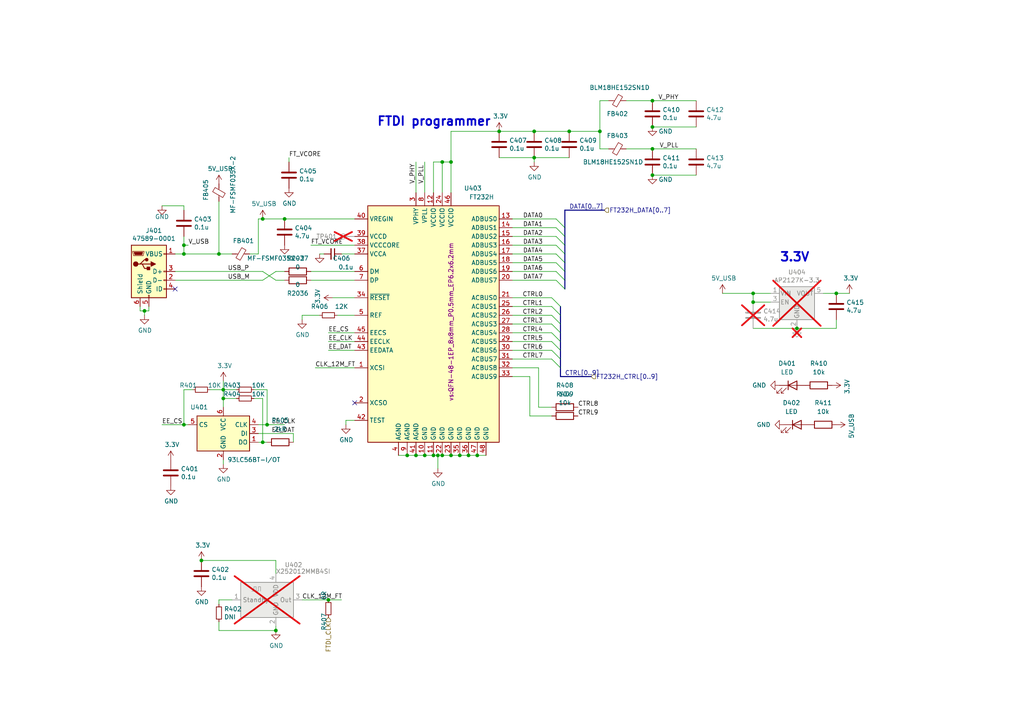
<source format=kicad_sch>
(kicad_sch (version 20250114) (generator "eeschema") (generator_version "9.0")
  (paper "A4")
  (lib_symbols
    (symbol "Device:LED" (pin_numbers (hide yes)) (pin_names (offset 1.016) (hide yes))
      (property "Reference" "D" (at 0 2.54 0))
      (property "Value" "LED" (at 0 -2.54 0))
      (symbol "LED_0_1"
        (polyline (pts (xy -3.048 -0.762) (xy -4.572 -2.286) (xy -3.81 -2.286) (xy -4.572 -2.286) (xy -4.572 -1.524)))
        (polyline (pts (xy -1.778 -0.762) (xy -3.302 -2.286) (xy -2.54 -2.286) (xy -3.302 -2.286) (xy -3.302 -1.524)))
        (polyline (pts (xy -1.27 0) (xy 1.27 0)))
        (polyline (pts (xy -1.27 -1.27) (xy -1.27 1.27)) (stroke (width 0.254)))
        (polyline (pts (xy 1.27 -1.27) (xy 1.27 1.27) (xy -1.27 0) (xy 1.27 -1.27)) (stroke (width 0.254)))
      )
      (symbol "LED_1_1"
        (pin passive line (at -3.81 0 0) (length 2.54) (name "K") (number "1"))
        (pin passive line (at 3.81 0 180) (length 2.54) (name "A") (number "2"))
      )
    )
    (symbol "Device:R" (pin_numbers (hide yes)) (pin_names (offset 0))
      (property "Reference" "R" (at 2.032 0 90))
      (property "Value" "R" (at 0 0 90))
      (symbol "R_0_1"
        (rectangle (start -1.016 -2.54) (end 1.016 2.54) (stroke (width 0.254)))
      )
      (symbol "R_1_1"
        (pin passive line (at 0 3.81 270) (length 1.27) (name "~") (number "1"))
        (pin passive line (at 0 -3.81 90) (length 1.27) (name "~") (number "2"))
      )
    )
    (symbol "UPduino_v3.0:93LCxxBxxOT-Memory_EEPROM"
      (property "Reference" "U" (at -6.35 6.35 0))
      (property "Value" "93LCxxBxxOT-Memory_EEPROM" (at 7.62 -6.35 0))
      (symbol "93LCxxBxxOT-Memory_EEPROM_0_1"
        (rectangle (start -7.62 5.08) (end 7.62 -5.08) (stroke (width 0.254)) (fill (type background)))
      )
      (symbol "93LCxxBxxOT-Memory_EEPROM_1_1"
        (pin input line (at -10.16 2.54 0) (length 2.54) (name "CS") (number "5"))
        (pin power_in line (at 0 7.62 270) (length 2.54) (name "VCC") (number "6"))
        (pin power_in line (at 0 -7.62 90) (length 2.54) (name "GND") (number "2"))
        (pin input line (at 10.16 2.54 180) (length 2.54) (name "CLK") (number "4"))
        (pin input line (at 10.16 0 180) (length 2.54) (name "DI") (number "3"))
        (pin tri_state line (at 10.16 -2.54 180) (length 2.54) (name "DO") (number "1"))
      )
    )
    (symbol "UPduino_v3.0:AP2127K-3.3" (pin_names (offset 0.254))
      (property "Reference" "U" (at -5.08 5.715 0))
      (property "Value" "AP2127K-3.3" (at 0 5.715 0))
      (symbol "AP2127K-3.3_0_1"
        (rectangle (start -5.08 4.445) (end 5.08 -5.08) (stroke (width 0.254)) (fill (type background)))
      )
      (symbol "AP2127K-3.3_1_1"
        (pin power_in line (at -7.62 2.54 0) (length 2.54) (name "VIN") (number "1"))
        (pin input line (at -7.62 0 0) (length 2.54) (name "EN") (number "3"))
        (pin power_in line (at 0 -7.62 90) (length 2.54) (name "GND") (number "2"))
        (pin power_out line (at 7.62 2.54 180) (length 2.54) (name "VOUT") (number "5"))
        (pin no_connect line (at 7.62 0 180) (length 2.54) (hide yes) (name "NC") (number "4"))
      )
    )
    (symbol "UPduino_v3.0:ASDMB-xxxMHz-Oscillator"
      (property "Reference" "U" (at -6.35 6.35 0))
      (property "Value" "ASDMB-xxxMHz-Oscillator" (at 11.43 6.35 0))
      (symbol "ASDMB-xxxMHz-Oscillator_1_1"
        (rectangle (start -7.62 5.08) (end 7.62 -5.08) (stroke (width 0.254)) (fill (type background)))
        (polyline (pts (xy -4.445 2.54) (xy -3.81 2.54) (xy -3.81 3.81) (xy -3.175 3.81) (xy -3.175 2.54) (xy -2.54 2.54) (xy -2.54 3.81) (xy -1.905 3.81) (xy -1.905 2.54)))
        (pin input line (at -10.16 0 0) (length 2.54) (name "Standby") (number "1"))
        (pin power_in line (at 2.54 7.62 270) (length 2.54) (name "VDD") (number "4"))
        (pin power_in line (at 2.54 -7.62 90) (length 2.54) (name "GND") (number "2"))
        (pin output line (at 10.16 0 180) (length 2.54) (name "Out") (number "3"))
      )
    )
    (symbol "UPduino_v3.0:Connector_TestPoint" (pin_numbers (hide yes)) (pin_names (offset 0.762) (hide yes))
      (property "Reference" "TP" (at 0 6.858 0))
      (property "Value" "Connector_TestPoint" (at 0 5.08 0))
      (symbol "Connector_TestPoint_0_1"
        (circle (center 0 3.302) (radius 0.762))
      )
      (symbol "Connector_TestPoint_1_1"
        (pin passive line (at 0 0 90) (length 2.54) (name "1") (number "1"))
      )
    )
    (symbol "UPduino_v3.0:Connector_USB_B_Micro" (pin_names (offset 1.016))
      (property "Reference" "J" (at -5.08 11.43 0))
      (property "Value" "Connector_USB_B_Micro" (at -5.08 8.89 0))
      (symbol "Connector_USB_B_Micro_0_1"
        (rectangle (start -5.08 -7.62) (end 5.08 7.62) (stroke (width 0.254)) (fill (type background)))
        (polyline (pts (xy -4.699 5.842) (xy -4.699 5.588) (xy -4.445 4.826) (xy -4.445 4.572) (xy -1.651 4.572) (xy -1.651 4.826) (xy -1.397 5.588) (xy -1.397 5.842) (xy -4.699 5.842)))
        (polyline (pts (xy -4.318 5.588) (xy -1.778 5.588) (xy -2.032 4.826) (xy -4.064 4.826) (xy -4.318 5.588)) (fill (type outline)))
        (circle (center -3.81 2.159) (radius 0.635) (stroke (width 0.254)) (fill (type outline)))
        (polyline (pts (xy -3.175 2.159) (xy -2.54 2.159) (xy -1.27 3.429) (xy -0.635 3.429)) (stroke (width 0.254)))
        (polyline (pts (xy -2.54 2.159) (xy -1.905 2.159) (xy -1.27 0.889) (xy 0 0.889)) (stroke (width 0.254)))
        (polyline (pts (xy -1.905 2.159) (xy 0.635 2.159)) (stroke (width 0.254)))
        (circle (center -0.635 3.429) (radius 0.381) (stroke (width 0.254)) (fill (type outline)))
        (rectangle (start -0.127 -7.62) (end 0.127 -6.858))
        (rectangle (start 0.254 1.27) (end -0.508 0.508) (stroke (width 0.254)) (fill (type outline)))
        (polyline (pts (xy 0.635 2.794) (xy 0.635 1.524) (xy 1.905 2.159) (xy 0.635 2.794)) (stroke (width 0.254)) (fill (type outline)))
        (rectangle (start 5.08 4.953) (end 4.318 5.207))
        (rectangle (start 5.08 -0.127) (end 4.318 0.127))
        (rectangle (start 5.08 -2.667) (end 4.318 -2.413))
        (rectangle (start 5.08 -5.207) (end 4.318 -4.953))
      )
      (symbol "Connector_USB_B_Micro_1_1"
        (pin passive line (at -2.54 -10.16 90) (length 2.54) (name "Shield") (number "6"))
        (pin power_out line (at 0 -10.16 90) (length 2.54) (name "GND") (number "5"))
        (pin power_out line (at 7.62 5.08 180) (length 2.54) (name "VBUS") (number "1"))
        (pin passive line (at 7.62 0 180) (length 2.54) (name "D+") (number "3"))
        (pin passive line (at 7.62 -2.54 180) (length 2.54) (name "D-") (number "2"))
        (pin passive line (at 7.62 -5.08 180) (length 2.54) (name "ID") (number "4"))
      )
    )
    (symbol "UPduino_v3.0:Device_C" (pin_numbers (hide yes)) (pin_names (offset 0.254))
      (property "Reference" "C" (at 0.635 2.54 0))
      (property "Value" "Device_C" (at 0.635 -2.54 0))
      (symbol "Device_C_0_1"
        (polyline (pts (xy -2.032 0.762) (xy 2.032 0.762)) (stroke (width 0.508)))
        (polyline (pts (xy -2.032 -0.762) (xy 2.032 -0.762)) (stroke (width 0.508)))
      )
      (symbol "Device_C_1_1"
        (pin passive line (at 0 3.81 270) (length 2.794) (name "~") (number "1"))
        (pin passive line (at 0 -3.81 90) (length 2.794) (name "~") (number "2"))
      )
    )
    (symbol "UPduino_v3.0:Device_C_Small" (pin_numbers (hide yes)) (pin_names (offset 0.254) (hide yes))
      (property "Reference" "C" (at 0.254 1.778 0))
      (property "Value" "Device_C_Small" (at 0.254 -2.032 0))
      (symbol "Device_C_Small_0_1"
        (polyline (pts (xy -1.524 0.508) (xy 1.524 0.508)) (stroke (width 0.3048)))
        (polyline (pts (xy -1.524 -0.508) (xy 1.524 -0.508)) (stroke (width 0.3302)))
      )
      (symbol "Device_C_Small_1_1"
        (pin passive line (at 0 2.54 270) (length 2.032) (name "~") (number "1"))
        (pin passive line (at 0 -2.54 90) (length 2.032) (name "~") (number "2"))
      )
    )
    (symbol "UPduino_v3.0:Device_Ferrite_Bead_Small" (pin_numbers (hide yes)) (pin_names (offset 0))
      (property "Reference" "FB" (at 1.905 1.27 0))
      (property "Value" "Device_Ferrite_Bead_Small" (at 1.905 -1.27 0))
      (symbol "Device_Ferrite_Bead_Small_0_1"
        (polyline (pts (xy -1.8288 0.2794) (xy -1.1176 1.4986) (xy 1.8288 -0.2032) (xy 1.1176 -1.4224) (xy -1.8288 0.2794)))
        (polyline (pts (xy 0 0.889) (xy 0 1.2954)))
        (polyline (pts (xy 0 -1.27) (xy 0 -0.7874)))
      )
      (symbol "Device_Ferrite_Bead_Small_1_1"
        (pin passive line (at 0 2.54 270) (length 1.27) (name "~") (number "1"))
        (pin passive line (at 0 -2.54 90) (length 1.27) (name "~") (number "2"))
      )
    )
    (symbol "UPduino_v3.0:Device_R_Small" (pin_numbers (hide yes)) (pin_names (offset 0.254) (hide yes))
      (property "Reference" "R" (at 0.762 0.508 0))
      (property "Value" "Device_R_Small" (at 0.762 -1.016 0))
      (symbol "Device_R_Small_0_1"
        (rectangle (start -0.762 1.778) (end 0.762 -1.778) (stroke (width 0.2032)))
      )
      (symbol "Device_R_Small_1_1"
        (pin passive line (at 0 2.54 270) (length 0.762) (name "~") (number "1"))
        (pin passive line (at 0 -2.54 90) (length 0.762) (name "~") (number "2"))
      )
    )
    (symbol "UPduino_v3.0:Interface_USB_FT232H"
      (property "Reference" "U" (at -19.05 35.56 0))
      (property "Value" "Interface_USB_FT232H" (at 12.7 35.56 0))
      (symbol "Interface_USB_FT232H_0_1"
        (rectangle (start -19.05 34.29) (end 19.05 -34.29) (stroke (width 0.254)) (fill (type background)))
      )
      (symbol "Interface_USB_FT232H_1_1"
        (pin power_in line (at -22.86 30.48 0) (length 3.81) (name "VREGIN") (number "40"))
        (pin power_in line (at -22.86 25.4 0) (length 3.81) (name "VCCD") (number "39"))
        (pin power_out line (at -22.86 22.86 0) (length 3.81) (name "VCCCORE") (number "38"))
        (pin power_out line (at -22.86 20.32 0) (length 3.81) (name "VCCA") (number "37"))
        (pin bidirectional line (at -22.86 15.24 0) (length 3.81) (name "DM") (number "6"))
        (pin bidirectional line (at -22.86 12.7 0) (length 3.81) (name "DP") (number "7"))
        (pin input line (at -22.86 7.62 0) (length 3.81) (name "~{RESET}") (number "34"))
        (pin input line (at -22.86 2.54 0) (length 3.81) (name "REF") (number "5"))
        (pin input line (at -22.86 -2.54 0) (length 3.81) (name "EECS") (number "45"))
        (pin input line (at -22.86 -5.08 0) (length 3.81) (name "EECLK") (number "44"))
        (pin bidirectional line (at -22.86 -7.62 0) (length 3.81) (name "EEDATA") (number "43"))
        (pin input line (at -22.86 -12.7 0) (length 3.81) (name "XCSI") (number "1"))
        (pin output line (at -22.86 -22.86 0) (length 3.81) (name "XCSO") (number "2"))
        (pin input line (at -22.86 -27.94 0) (length 3.81) (name "TEST") (number "42"))
        (pin power_in line (at -10.16 -38.1 90) (length 3.81) (name "AGND") (number "4"))
        (pin power_in line (at -7.62 -38.1 90) (length 3.81) (name "AGND") (number "9"))
        (pin power_in line (at -5.08 38.1 270) (length 3.81) (name "VPHY") (number "3"))
        (pin power_in line (at -5.08 -38.1 90) (length 3.81) (name "AGND") (number "41"))
        (pin power_in line (at -2.54 38.1 270) (length 3.81) (name "VPLL") (number "8"))
        (pin power_in line (at -2.54 -38.1 90) (length 3.81) (name "GND") (number "10"))
        (pin power_in line (at 0 38.1 270) (length 3.81) (name "VCCIO") (number "12"))
        (pin power_in line (at 0 -38.1 90) (length 3.81) (name "GND") (number "11"))
        (pin power_in line (at 2.54 38.1 270) (length 3.81) (name "VCCIO") (number "24"))
        (pin power_in line (at 2.54 -38.1 90) (length 3.81) (name "GND") (number "22"))
        (pin power_in line (at 5.08 38.1 270) (length 3.81) (name "VCCIO") (number "46"))
        (pin power_in line (at 5.08 -38.1 90) (length 3.81) (name "GND") (number "23"))
        (pin power_in line (at 7.62 -38.1 90) (length 3.81) (name "GND") (number "35"))
        (pin power_in line (at 10.16 -38.1 90) (length 3.81) (name "GND") (number "36"))
        (pin power_in line (at 12.7 -38.1 90) (length 3.81) (name "GND") (number "47"))
        (pin power_in line (at 15.24 -38.1 90) (length 3.81) (name "GND") (number "48"))
        (pin bidirectional line (at 22.86 30.48 180) (length 3.81) (name "ADBUS0") (number "13"))
        (pin bidirectional line (at 22.86 27.94 180) (length 3.81) (name "ADBUS1") (number "14"))
        (pin bidirectional line (at 22.86 25.4 180) (length 3.81) (name "ADBUS2") (number "15"))
        (pin bidirectional line (at 22.86 22.86 180) (length 3.81) (name "ADBUS3") (number "16"))
        (pin bidirectional line (at 22.86 20.32 180) (length 3.81) (name "ADBUS4") (number "17"))
        (pin bidirectional line (at 22.86 17.78 180) (length 3.81) (name "ADBUS5") (number "18"))
        (pin bidirectional line (at 22.86 15.24 180) (length 3.81) (name "ADBUS6") (number "19"))
        (pin bidirectional line (at 22.86 12.7 180) (length 3.81) (name "ADBUS7") (number "20"))
        (pin bidirectional line (at 22.86 7.62 180) (length 3.81) (name "ACBUS0") (number "21"))
        (pin bidirectional line (at 22.86 5.08 180) (length 3.81) (name "ACBUS1") (number "25"))
        (pin bidirectional line (at 22.86 2.54 180) (length 3.81) (name "ACBUS2") (number "26"))
        (pin bidirectional line (at 22.86 0 180) (length 3.81) (name "ACBUS3") (number "27"))
        (pin bidirectional line (at 22.86 -2.54 180) (length 3.81) (name "ACBUS4") (number "28"))
        (pin bidirectional line (at 22.86 -5.08 180) (length 3.81) (name "ACBUS5") (number "29"))
        (pin bidirectional line (at 22.86 -7.62 180) (length 3.81) (name "ACBUS6") (number "30"))
        (pin bidirectional line (at 22.86 -10.16 180) (length 3.81) (name "ACBUS7") (number "31"))
        (pin bidirectional line (at 22.86 -12.7 180) (length 3.81) (name "ACBUS8") (number "32"))
        (pin bidirectional line (at 22.86 -15.24 180) (length 3.81) (name "ACBUS9") (number "33"))
      )
    )
    (symbol "UPduino_v3.0:power_+3.3V" (power) (pin_names (offset 0))
      (property "Value" "power_+3.3V" (at 0 3.556 0))
      (symbol "power_+3.3V_0_1"
        (polyline (pts (xy -0.762 1.27) (xy 0 2.54)))
        (polyline (pts (xy 0 2.54) (xy 0.762 1.27)))
        (polyline (pts (xy 0 0) (xy 0 2.54)))
      )
      (symbol "power_+3.3V_1_1"
        (pin power_in line (at 0 0 90) (length 0) (hide yes) (name "+3V3") (number "1"))
      )
    )
    (symbol "UPduino_v3.0:power_+5VD" (power) (pin_names (offset 0))
      (property "Value" "power_+5VD" (at 0 3.556 0))
      (symbol "power_+5VD_0_1"
        (polyline (pts (xy -0.762 1.27) (xy 0 2.54)))
        (polyline (pts (xy 0 2.54) (xy 0.762 1.27)))
        (polyline (pts (xy 0 0) (xy 0 2.54)))
      )
      (symbol "power_+5VD_1_1"
        (pin power_in line (at 0 0 90) (length 0) (hide yes) (name "+5VD") (number "1"))
      )
    )
    (symbol "UPduino_v3.0:power_GND" (power) (pin_names (offset 0))
      (property "Value" "power_GND" (at 0 -3.81 0))
      (symbol "power_GND_0_1"
        (polyline (pts (xy 0 0) (xy 0 -1.27) (xy 1.27 -1.27) (xy 0 -2.54) (xy -1.27 -1.27) (xy 0 -1.27)))
      )
      (symbol "power_GND_1_1"
        (pin power_in line (at 0 0 270) (length 0) (hide yes) (name "GND") (number "1"))
      )
    )
    (symbol "power:GND" (power) (pin_names (offset 0))
      (property "Value" "GND" (at 0 -3.81 0))
      (symbol "GND_0_1"
        (polyline (pts (xy 0 0) (xy 0 -1.27) (xy 1.27 -1.27) (xy 0 -2.54) (xy -1.27 -1.27) (xy 0 -1.27)))
      )
      (symbol "GND_1_1"
        (pin power_in line (at 0 0 270) (length 0) (hide yes) (name "GND") (number "1"))
      )
    )
  )
  (text "3.3V" (at 226.06 76.2 0) (effects (font (size 2.54 2.54) (thickness 0.508) (bold yes)) (justify left bottom)))
  (text "FTDI programmer" (at 109.22 36.83 0) (effects (font (size 2.54 2.54) (thickness 0.508) (bold yes)) (justify left bottom)))
  (junction (at 95.25 173.99))
  (junction (at 41.91 90.17))
  (junction (at 125.73 132.08))
  (junction (at 63.5 73.66))
  (junction (at 133.35 132.08))
  (junction (at 144.78 38.1))
  (junction (at 76.2 128.27))
  (junction (at 173.99 38.1))
  (junction (at 64.77 113.03))
  (junction (at 130.81 46.99))
  (junction (at 154.94 45.72))
  (junction (at 189.23 29.21))
  (junction (at 165.1 38.1))
  (junction (at 118.11 132.08))
  (junction (at 130.81 132.08))
  (junction (at 64.77 115.57))
  (junction (at 189.23 50.8))
  (junction (at 53.34 73.66))
  (junction (at 189.23 43.18))
  (junction (at 76.2 63.5))
  (junction (at 127 132.08))
  (junction (at 123.19 132.08))
  (junction (at 154.94 38.1))
  (junction (at 77.47 123.19))
  (junction (at 58.42 162.56))
  (junction (at 218.44 85.09))
  (junction (at 80.01 182.88))
  (junction (at 53.34 71.12))
  (junction (at 189.23 36.83))
  (junction (at 242.57 85.09))
  (junction (at 82.55 63.5))
  (junction (at 135.89 132.08))
  (junction (at 128.27 46.99))
  (junction (at 218.44 87.63))
  (junction (at 128.27 132.08))
  (junction (at 231.14 95.25))
  (junction (at 120.65 132.08))
  (junction (at 53.34 123.19))
  (junction (at 138.43 132.08))
  (no_connect (at 102.87 116.84))
  (no_connect (at 50.8 83.82))
  (bus_entry (at 161.29 71.12) (size 2.54 2.54))
  (bus_entry (at 161.29 68.58) (size 2.54 2.54))
  (bus_entry (at 160.02 86.36) (size 2.54 2.54))
  (bus_entry (at 160.02 91.44) (size 2.54 2.54))
  (bus_entry (at 160.02 101.6) (size 2.54 2.54))
  (bus_entry (at 161.29 73.66) (size 2.54 2.54))
  (bus_entry (at 161.29 78.74) (size 2.54 2.54))
  (bus_entry (at 161.29 76.2) (size 2.54 2.54))
  (bus_entry (at 160.02 99.06) (size 2.54 2.54))
  (bus_entry (at 160.02 104.14) (size 2.54 2.54))
  (bus_entry (at 161.29 66.04) (size 2.54 2.54))
  (bus_entry (at 161.29 81.28) (size 2.54 2.54))
  (bus_entry (at 160.02 93.98) (size 2.54 2.54))
  (bus_entry (at 160.02 96.52) (size 2.54 2.54))
  (bus_entry (at 161.29 63.5) (size 2.54 2.54))
  (bus_entry (at 160.02 88.9) (size 2.54 2.54))
  (wire (pts (xy 173.99 29.21) (xy 173.99 38.1)))
  (bus (pts (xy 175.26 60.96) (xy 163.83 60.96)))
  (bus (pts (xy 162.56 96.52) (xy 162.56 99.06)))
  (wire (pts (xy 148.59 86.36) (xy 160.02 86.36)))
  (wire (pts (xy 120.65 55.88) (xy 120.65 46.99)))
  (wire (pts (xy 41.91 90.17) (xy 43.18 90.17)))
  (wire (pts (xy 95.25 96.52) (xy 102.87 96.52)))
  (wire (pts (xy 99.06 73.66) (xy 102.87 73.66)))
  (wire (pts (xy 46.99 59.69) (xy 53.34 59.69)))
  (wire (pts (xy 128.27 55.88) (xy 128.27 46.99)))
  (wire (pts (xy 148.59 66.04) (xy 161.29 66.04)))
  (wire (pts (xy 96.52 86.36) (xy 102.87 86.36)))
  (wire (pts (xy 154.94 46.99) (xy 154.94 45.72)))
  (wire (pts (xy 238.76 85.09) (xy 242.57 85.09)))
  (wire (pts (xy 63.5 173.99) (xy 63.5 175.26)))
  (wire (pts (xy 43.18 90.17) (xy 43.18 88.9)))
  (wire (pts (xy 128.27 46.99) (xy 130.81 46.99)))
  (wire (pts (xy 127 132.08) (xy 128.27 132.08)))
  (wire (pts (xy 63.5 73.66) (xy 67.31 73.66)))
  (wire (pts (xy 77.47 113.03) (xy 77.47 123.19)))
  (wire (pts (xy 64.77 115.57) (xy 64.77 118.11)))
  (wire (pts (xy 218.44 95.25) (xy 231.14 95.25)))
  (bus (pts (xy 162.56 99.06) (xy 162.56 101.6)))
  (bus (pts (xy 162.56 88.9) (xy 162.56 91.44)))
  (wire (pts (xy 64.77 113.03) (xy 64.77 115.57)))
  (wire (pts (xy 50.8 81.28) (xy 76.2 81.28)))
  (wire (pts (xy 156.21 118.11) (xy 160.02 118.11)))
  (wire (pts (xy 53.34 123.19) (xy 46.99 123.19)))
  (bus (pts (xy 163.83 71.12) (xy 163.83 73.66)))
  (wire (pts (xy 53.34 113.03) (xy 53.34 123.19)))
  (wire (pts (xy 64.77 134.62) (xy 64.77 133.35)))
  (wire (pts (xy 201.93 50.8) (xy 189.23 50.8)))
  (wire (pts (xy 74.93 128.27) (xy 76.2 128.27)))
  (wire (pts (xy 148.59 63.5) (xy 161.29 63.5)))
  (wire (pts (xy 181.61 43.18) (xy 189.23 43.18)))
  (bus (pts (xy 162.56 93.98) (xy 162.56 96.52)))
  (wire (pts (xy 68.58 113.03) (xy 64.77 113.03)))
  (wire (pts (xy 95.25 173.99) (xy 99.06 173.99)))
  (wire (pts (xy 154.94 45.72) (xy 165.1 45.72)))
  (wire (pts (xy 55.88 113.03) (xy 53.34 113.03)))
  (wire (pts (xy 125.73 55.88) (xy 125.73 46.99)))
  (wire (pts (xy 58.42 162.56) (xy 80.01 162.56)))
  (bus (pts (xy 163.83 66.04) (xy 163.83 68.58)))
  (wire (pts (xy 148.59 88.9) (xy 160.02 88.9)))
  (wire (pts (xy 148.59 99.06) (xy 160.02 99.06)))
  (wire (pts (xy 95.25 101.6) (xy 102.87 101.6)))
  (wire (pts (xy 148.59 91.44) (xy 160.02 91.44)))
  (wire (pts (xy 92.71 91.44) (xy 87.63 91.44)))
  (wire (pts (xy 173.99 29.21) (xy 176.53 29.21)))
  (wire (pts (xy 87.63 173.99) (xy 95.25 173.99)))
  (wire (pts (xy 74.93 73.66) (xy 74.93 63.5)))
  (wire (pts (xy 76.2 78.74) (xy 80.01 81.28)))
  (wire (pts (xy 115.57 132.08) (xy 118.11 132.08)))
  (wire (pts (xy 173.99 38.1) (xy 173.99 43.18)))
  (wire (pts (xy 148.59 78.74) (xy 161.29 78.74)))
  (wire (pts (xy 189.23 29.21) (xy 201.93 29.21)))
  (wire (pts (xy 148.59 68.58) (xy 161.29 68.58)))
  (bus (pts (xy 162.56 109.22) (xy 171.45 109.22)))
  (wire (pts (xy 64.77 113.03) (xy 64.77 110.49)))
  (wire (pts (xy 153.67 109.22) (xy 153.67 120.65)))
  (wire (pts (xy 76.2 81.28) (xy 80.01 78.74)))
  (wire (pts (xy 148.59 73.66) (xy 161.29 73.66)))
  (wire (pts (xy 242.57 95.25) (xy 242.57 92.71)))
  (wire (pts (xy 74.93 125.73) (xy 85.09 125.73)))
  (wire (pts (xy 148.59 106.68) (xy 156.21 106.68)))
  (wire (pts (xy 91.44 106.68) (xy 102.87 106.68)))
  (wire (pts (xy 53.34 59.69) (xy 53.34 60.96)))
  (wire (pts (xy 80.01 162.56) (xy 80.01 166.37)))
  (wire (pts (xy 92.71 73.66) (xy 93.98 73.66)))
  (wire (pts (xy 133.35 132.08) (xy 135.89 132.08)))
  (wire (pts (xy 74.93 123.19) (xy 77.47 123.19)))
  (wire (pts (xy 201.93 36.83) (xy 189.23 36.83)))
  (wire (pts (xy 148.59 101.6) (xy 160.02 101.6)))
  (bus (pts (xy 163.83 73.66) (xy 163.83 76.2)))
  (bus (pts (xy 163.83 81.28) (xy 163.83 83.82)))
  (wire (pts (xy 73.66 113.03) (xy 77.47 113.03)))
  (wire (pts (xy 40.64 88.9) (xy 40.64 90.17)))
  (wire (pts (xy 60.96 113.03) (xy 64.77 113.03)))
  (wire (pts (xy 95.25 99.06) (xy 102.87 99.06)))
  (wire (pts (xy 54.61 123.19) (xy 53.34 123.19)))
  (wire (pts (xy 77.47 123.19) (xy 82.55 123.19)))
  (wire (pts (xy 138.43 132.08) (xy 140.97 132.08)))
  (wire (pts (xy 100.33 121.92) (xy 102.87 121.92)))
  (wire (pts (xy 148.59 76.2) (xy 161.29 76.2)))
  (wire (pts (xy 76.2 63.5) (xy 82.55 63.5)))
  (wire (pts (xy 73.66 115.57) (xy 76.2 115.57)))
  (wire (pts (xy 53.34 71.12) (xy 53.34 73.66)))
  (wire (pts (xy 85.09 128.27) (xy 85.09 125.73)))
  (wire (pts (xy 173.99 43.18) (xy 176.53 43.18)))
  (wire (pts (xy 80.01 81.28) (xy 82.55 81.28)))
  (wire (pts (xy 68.58 115.57) (xy 64.77 115.57)))
  (wire (pts (xy 130.81 38.1) (xy 130.81 46.99)))
  (wire (pts (xy 63.5 180.34) (xy 63.5 182.88)))
  (wire (pts (xy 63.5 182.88) (xy 80.01 182.88)))
  (bus (pts (xy 163.83 76.2) (xy 163.83 78.74)))
  (wire (pts (xy 130.81 38.1) (xy 144.78 38.1)))
  (wire (pts (xy 148.59 93.98) (xy 160.02 93.98)))
  (bus (pts (xy 162.56 101.6) (xy 162.56 104.14)))
  (wire (pts (xy 90.17 78.74) (xy 102.87 78.74)))
  (wire (pts (xy 125.73 46.99) (xy 128.27 46.99)))
  (wire (pts (xy 90.17 81.28) (xy 102.87 81.28)))
  (wire (pts (xy 123.19 55.88) (xy 123.19 46.99)))
  (wire (pts (xy 231.14 95.25) (xy 242.57 95.25)))
  (wire (pts (xy 76.2 115.57) (xy 76.2 128.27)))
  (bus (pts (xy 162.56 104.14) (xy 162.56 106.68)))
  (bus (pts (xy 163.83 68.58) (xy 163.83 71.12)))
  (wire (pts (xy 130.81 55.88) (xy 130.81 46.99)))
  (wire (pts (xy 80.01 78.74) (xy 82.55 78.74)))
  (wire (pts (xy 102.87 91.44) (xy 97.79 91.44)))
  (wire (pts (xy 83.82 46.99) (xy 83.82 45.72)))
  (wire (pts (xy 148.59 81.28) (xy 161.29 81.28)))
  (wire (pts (xy 148.59 109.22) (xy 153.67 109.22)))
  (wire (pts (xy 80.01 181.61) (xy 80.01 182.88)))
  (wire (pts (xy 53.34 73.66) (xy 63.5 73.66)))
  (wire (pts (xy 242.57 85.09) (xy 246.38 85.09)))
  (wire (pts (xy 209.55 85.09) (xy 218.44 85.09)))
  (wire (pts (xy 87.63 91.44) (xy 87.63 92.71)))
  (wire (pts (xy 218.44 85.09) (xy 223.52 85.09)))
  (wire (pts (xy 50.8 73.66) (xy 53.34 73.66)))
  (wire (pts (xy 148.59 96.52) (xy 160.02 96.52)))
  (wire (pts (xy 53.34 68.58) (xy 53.34 71.12)))
  (wire (pts (xy 218.44 87.63) (xy 218.44 85.09)))
  (wire (pts (xy 144.78 38.1) (xy 154.94 38.1)))
  (wire (pts (xy 74.93 63.5) (xy 76.2 63.5)))
  (wire (pts (xy 153.67 120.65) (xy 160.02 120.65)))
  (wire (pts (xy 125.73 132.08) (xy 127 132.08)))
  (wire (pts (xy 54.61 71.12) (xy 53.34 71.12)))
  (wire (pts (xy 181.61 29.21) (xy 189.23 29.21)))
  (bus (pts (xy 162.56 91.44) (xy 162.56 93.98)))
  (wire (pts (xy 165.1 38.1) (xy 173.99 38.1)))
  (wire (pts (xy 120.65 132.08) (xy 123.19 132.08)))
  (wire (pts (xy 90.17 71.12) (xy 102.87 71.12)))
  (wire (pts (xy 156.21 106.68) (xy 156.21 118.11)))
  (wire (pts (xy 148.59 71.12) (xy 161.29 71.12)))
  (wire (pts (xy 63.5 58.42) (xy 63.5 73.66)))
  (wire (pts (xy 41.91 91.44) (xy 41.91 90.17)))
  (wire (pts (xy 100.33 123.19) (xy 100.33 121.92)))
  (wire (pts (xy 218.44 87.63) (xy 223.52 87.63)))
  (wire (pts (xy 82.55 63.5) (xy 102.87 63.5)))
  (wire (pts (xy 130.81 132.08) (xy 133.35 132.08)))
  (wire (pts (xy 154.94 38.1) (xy 165.1 38.1)))
  (wire (pts (xy 40.64 90.17) (xy 41.91 90.17)))
  (wire (pts (xy 144.78 45.72) (xy 154.94 45.72)))
  (bus (pts (xy 163.83 78.74) (xy 163.83 81.28)))
  (bus (pts (xy 162.56 106.68) (xy 162.56 109.22)))
  (wire (pts (xy 135.89 132.08) (xy 138.43 132.08)))
  (wire (pts (xy 148.59 104.14) (xy 160.02 104.14)))
  (wire (pts (xy 128.27 132.08) (xy 130.81 132.08)))
  (wire (pts (xy 50.8 78.74) (xy 76.2 78.74)))
  (wire (pts (xy 72.39 73.66) (xy 74.93 73.66)))
  (wire (pts (xy 127 135.89) (xy 127 132.08)))
  (wire (pts (xy 63.5 173.99) (xy 67.31 173.99)))
  (wire (pts (xy 189.23 43.18) (xy 201.93 43.18)))
  (wire (pts (xy 76.2 128.27) (xy 77.47 128.27)))
  (bus (pts (xy 163.83 60.96) (xy 163.83 66.04)))
  (wire (pts (xy 123.19 132.08) (xy 125.73 132.08)))
  (wire (pts (xy 118.11 132.08) (xy 120.65 132.08)))
  (label "CTRL6" (at 157.48 101.6 180))
  (label "EE_CLK" (at 78.74 123.19 0))
  (label "CTRL0" (at 157.48 86.36 180))
  (label "EE_DAT" (at 95.25 101.6 0))
  (label "CTRL7" (at 157.48 104.14 180))
  (label "DATA4" (at 157.48 73.66 180))
  (label "DATA6" (at 157.48 78.74 180))
  (label "V_PHY" (at 120.65 53.34 90))
  (label "EE_CS" (at 46.99 123.19 0))
  (label "CLK_12M_FT" (at 87.63 173.99 0))
  (label "DATA7" (at 157.48 81.28 180))
  (label "DATA0" (at 157.48 63.5 180))
  (label "CLK_12M_FT" (at 91.44 106.68 0))
  (label "CTRL[0..9]" (at 163.83 109.22 0))
  (label "V_PHY" (at 196.85 29.21 180))
  (label "DATA2" (at 157.48 68.58 180))
  (label "USB_M" (at 66.04 81.28 0))
  (label "EE_CLK" (at 95.25 99.06 0))
  (label "CTRL4" (at 157.48 96.52 180))
  (label "DATA3" (at 157.48 71.12 180))
  (label "EE_CS" (at 95.25 96.52 0))
  (label "CTRL5" (at 157.48 99.06 180))
  (label "CTRL1" (at 157.48 88.9 180))
  (label "V_PLL" (at 123.19 53.34 90))
  (label "CTRL8" (at 167.64 118.11 0))
  (label "CTRL3" (at 157.48 93.98 180))
  (label "EE_DAT" (at 78.74 125.73 0))
  (label "DATA[0..7]" (at 165.1 60.96 0))
  (label "CTRL9" (at 167.64 120.65 0))
  (label "USB_P" (at 66.04 78.74 0))
  (label "V_USB" (at 54.61 71.12 0))
  (label "FT_VCORE" (at 83.82 45.72 0))
  (label "V_PLL" (at 196.85 43.18 180))
  (label "FT_VCORE" (at 90.17 71.12 0))
  (label "DATA1" (at 157.48 66.04 180))
  (label "DATA5" (at 157.48 76.2 180))
  (label "CTRL2" (at 157.48 91.44 180))
  (hierarchical_label "FTDI_CLK" (shape input) (at 95.25 179.07 270))
  (hierarchical_label "FT232H_DATA[0..7]" (shape input) (at 175.26 60.96 0))
  (hierarchical_label "FT232H_CTRL[0..9]" (shape input) (at 171.45 109.22 0))
  (symbol (lib_id "UPduino_v3.0:Device_Ferrite_Bead_Small") (at 63.5 55.88 0) (unit 1)
    (property "Reference" "FB405" (at 59.69 55.118 90))
    (property "Value" "MF-FSMF035X-2" (at 67.564 53.594 90))
    (property "Footprint" "Inductor_SMD:L_0603_1608Metric" (effects (hide yes)))
  )
  (symbol (lib_id "UPduino_v3.0:Device_C") (at 201.93 33.02 0) (unit 1)
    (property "Reference" "C412" (at 204.851 31.8516 0) (effects (justify left)))
    (property "Value" "4.7u" (at 204.851 34.163 0) (effects (justify left)))
    (property "Footprint" "Capacitor_SMD:C_0603_1608Metric" (effects (hide yes)))
  )
  (symbol (lib_id "UPduino_v3.0:Device_C") (at 53.34 64.77 0) (unit 1)
    (property "Reference" "C403" (at 56.261 63.6016 0) (effects (justify left)))
    (property "Value" "0.1u" (at 56.261 65.913 0) (effects (justify left)))
    (property "Footprint" "Capacitor_SMD:C_0603_1608Metric" (effects (hide yes)))
  )
  (symbol (lib_id "UPduino_v3.0:AP2127K-3.3") (at 231.14 87.63 0) (unit 1) (in_bom no) (dnp yes)
    (property "Reference" "U404" (at 231.14 78.9432 0))
    (property "Value" "AP2127K-3.3" (at 231.14 81.2546 0))
    (property "Footprint" "vs:SOT-23-5" (effects (hide yes)))
    (property "Datasheet" "https://www.diodes.com/assets/Datasheets/AP2127.pdf" (effects (hide yes)))
  )
  (symbol (lib_id "UPduino_v3.0:Device_C") (at 82.55 67.31 0) (unit 1)
    (property "Reference" "C404" (at 85.471 66.1416 0) (effects (justify left)))
    (property "Value" "4.7u" (at 85.471 68.453 0) (effects (justify left)))
    (property "Footprint" "Capacitor_SMD:C_0603_1608Metric" (effects (hide yes)))
  )
  (symbol (lib_id "UPduino_v3.0:power_GND") (at 231.14 95.25 0) (unit 1) (in_bom no) (dnp yes)
    (property "Reference" "#PWR0425" (effects (hide yes)))
    (property "Value" "GND" (effects (hide yes)))
  )
  (symbol (lib_id "UPduino_v3.0:power_GND") (at 83.82 54.61 0) (unit 1)
    (property "Reference" "#PWR0412" (effects (hide yes)))
    (property "Value" "GND" (at 83.947 59.0042 0))
  )
  (symbol (lib_id "UPduino_v3.0:power_+3.3V") (at 144.78 38.1 0) (unit 1)
    (property "Reference" "#PWR0418" (effects (hide yes)))
    (property "Value" "3.3V" (at 145.161 33.7058 0))
  )
  (symbol (lib_id "UPduino_v3.0:Device_R_Small") (at 71.12 113.03 270) (unit 1)
    (property "Reference" "R403" (at 67.31 111.76 90))
    (property "Value" "10K" (at 74.93 111.76 90))
    (property "Footprint" "Resistor_SMD:R_0603_1608Metric" (effects (hide yes)))
  )
  (symbol (lib_id "UPduino_v3.0:power_+5VD") (at 209.55 85.09 0) (unit 1)
    (property "Reference" "#PWR0422" (effects (hide yes)))
    (property "Value" "5V_USB" (at 209.931 80.6958 0))
  )
  (symbol (lib_id "Device:R") (at 238.76 123.19 90) (unit 1)
    (property "Reference" "R411" (at 238.76 116.84 90))
    (property "Value" "10k" (at 238.76 119.38 90))
    (property "Footprint" "Resistor_SMD:R_0603_1608Metric" (effects (hide yes)))
    (property "LCSC" "C25804" (effects (hide yes)))
  )
  (symbol (lib_id "UPduino_v3.0:power_GND") (at 80.01 182.88 0) (unit 1)
    (property "Reference" "#PWR0410" (effects (hide yes)))
    (property "Value" "GND" (at 80.137 187.2742 0))
  )
  (symbol (lib_id "UPduino_v3.0:Device_C") (at 58.42 166.37 0) (unit 1)
    (property "Reference" "C402" (at 61.341 165.2016 0) (effects (justify left)))
    (property "Value" "0.1u" (at 61.341 167.513 0) (effects (justify left)))
    (property "Footprint" "Capacitor_SMD:C_0603_1608Metric" (effects (hide yes)))
  )
  (symbol (lib_id "UPduino_v3.0:power_GND") (at 64.77 134.62 0) (unit 1)
    (property "Reference" "#PWR0408" (effects (hide yes)))
    (property "Value" "GND" (at 64.897 139.0142 0))
  )
  (symbol (lib_id "UPduino_v3.0:power_GND") (at 41.91 91.44 0) (unit 1)
    (property "Reference" "#PWR0403" (effects (hide yes)))
    (property "Value" "GND" (at 42.037 95.8342 0))
  )
  (symbol (lib_id "UPduino_v3.0:Device_C") (at 154.94 41.91 0) (unit 1)
    (property "Reference" "C408" (at 157.861 40.7416 0) (effects (justify left)))
    (property "Value" "0.1u" (at 157.861 43.053 0) (effects (justify left)))
    (property "Footprint" "Capacitor_SMD:C_0603_1608Metric" (effects (hide yes)))
  )
  (symbol (lib_id "UPduino_v3.0:Device_C") (at 189.23 46.99 0) (unit 1)
    (property "Reference" "C411" (at 192.151 45.8216 0) (effects (justify left)))
    (property "Value" "0.1u" (at 192.151 48.133 0) (effects (justify left)))
    (property "Footprint" "Capacitor_SMD:C_0603_1608Metric" (effects (hide yes)))
  )
  (symbol (lib_id "UPduino_v3.0:power_GND") (at 58.42 170.18 0) (unit 1)
    (property "Reference" "#PWR0405" (effects (hide yes)))
    (property "Value" "GND" (at 58.547 174.5742 0))
  )
  (symbol (lib_id "UPduino_v3.0:power_GND") (at 46.99 59.69 0) (unit 1)
    (property "Reference" "#PWR0406" (effects (hide yes)))
    (property "Value" "GND" (at 46.99 62.865 0))
  )
  (symbol (lib_id "UPduino_v3.0:power_+3.3V") (at 241.3 111.76 270) (unit 1)
    (property "Reference" "#PWR0426" (effects (hide yes)))
    (property "Value" "3.3V" (at 245.6942 112.141 0))
  )
  (symbol (lib_id "UPduino_v3.0:Device_C") (at 201.93 46.99 0) (unit 1)
    (property "Reference" "C413" (at 204.851 45.8216 0) (effects (justify left)))
    (property "Value" "4.7u" (at 204.851 48.133 0) (effects (justify left)))
    (property "Footprint" "Capacitor_SMD:C_0603_1608Metric" (effects (hide yes)))
  )
  (symbol (lib_id "UPduino_v3.0:Device_R_Small") (at 58.42 113.03 270) (unit 1)
    (property "Reference" "R401" (at 54.61 111.76 90))
    (property "Value" "10K" (at 62.23 111.76 90))
    (property "Footprint" "Resistor_SMD:R_0603_1608Metric" (effects (hide yes)))
  )
  (symbol (lib_id "UPduino_v3.0:Connector_TestPoint") (at 102.87 68.58 90) (unit 1) (in_bom no) (dnp yes)
    (property "Reference" "TP401" (at 97.79 68.58 90) (effects (justify left)))
    (property "Value" "TestPoint" (effects (hide yes)))
    (property "Footprint" "TestPoint:TestPoint_Pad_D1.0mm" (effects (hide yes)))
  )
  (symbol (lib_id "UPduino_v3.0:Device_Ferrite_Bead_Small") (at 179.07 29.21 270) (unit 1)
    (property "Reference" "FB402" (at 179.07 33.02 90))
    (property "Value" "BLM18HE152SN1D" (at 179.705 25.4 90))
    (property "Footprint" "Inductor_SMD:L_0603_1608Metric" (effects (hide yes)))
  )
  (symbol (lib_id "Device:LED") (at 229.87 111.76 0) (unit 1)
    (property "Reference" "D401" (at 228.2825 105.41 0))
    (property "Value" "LED" (at 228.2825 107.95 0))
    (property "Footprint" "Diode_SMD:D_0603_1608Metric" (effects (hide yes)))
    (property "LCSC" "C2286" (effects (hide yes)))
  )
  (symbol (lib_id "UPduino_v3.0:power_GND") (at 82.55 71.12 0) (unit 1)
    (property "Reference" "#PWR0411" (effects (hide yes)))
    (property "Value" "GND" (effects (hide yes)))
  )
  (symbol (lib_id "UPduino_v3.0:power_GND") (at 100.33 123.19 0) (unit 1)
    (property "Reference" "#PWR0416" (effects (hide yes)))
    (property "Value" "GND" (at 100.457 127.5842 0))
  )
  (symbol (lib_id "UPduino_v3.0:power_GND") (at 189.23 50.8 0) (unit 1)
    (property "Reference" "#PWR0421" (effects (hide yes)))
    (property "Value" "GND" (at 193.04 52.07 0))
  )
  (symbol (lib_id "Device:R") (at 81.28 128.27 90) (unit 1)
    (property "Reference" "R405" (at 81.28 121.92 90))
    (property "Value" "2kR" (at 81.28 124.46 90))
    (property "Footprint" "Resistor_SMD:R_0402_1005Metric" (effects (hide yes)))
    (property "Description" "Resistor" (effects (hide yes)))
  )
  (symbol (lib_id "UPduino_v3.0:Device_R_Small") (at 63.5 177.8 180) (unit 1)
    (property "Reference" "R402" (at 64.9986 176.6316 0) (effects (justify right)))
    (property "Value" "DNI" (at 64.9986 178.943 0) (effects (justify right)))
    (property "Footprint" "Resistor_SMD:R_0603_1608Metric" (effects (hide yes)))
  )
  (symbol (lib_id "UPduino_v3.0:Device_C") (at 218.44 91.44 0) (unit 1) (in_bom no) (dnp yes)
    (property "Reference" "C414" (at 221.361 90.2716 0) (effects (justify left)))
    (property "Value" "4.7u" (at 221.361 92.583 0) (effects (justify left)))
    (property "Footprint" "Capacitor_SMD:C_0603_1608Metric" (effects (hide yes)))
  )
  (symbol (lib_id "Device:R") (at 86.36 78.74 90) (mirror x) (unit 1)
    (property "Reference" "R2036" (at 86.36 85.09 90))
    (property "Value" "0" (at 86.36 82.55 90))
    (property "Footprint" "Resistor_SMD:R_0603_1608Metric" (effects (hide yes)))
    (property "LCSC" "C21189" (effects (hide yes)))
  )
  (symbol (lib_id "UPduino_v3.0:power_+3.3V") (at 96.52 86.36 90) (unit 1)
    (property "Reference" "#PWR0415" (effects (hide yes)))
    (property "Value" "3.3V" (at 92.1258 85.979 0))
  )
  (symbol (lib_id "UPduino_v3.0:Device_R_Small") (at 71.12 115.57 270) (unit 1)
    (property "Reference" "R404" (at 67.31 114.3 90))
    (property "Value" "10K" (at 74.93 114.3 90))
    (property "Footprint" "Resistor_SMD:R_0603_1608Metric" (effects (hide yes)))
  )
  (symbol (lib_id "Device:R") (at 163.83 120.65 90) (unit 1)
    (property "Reference" "R409" (at 163.83 114.3 90))
    (property "Value" "10k" (at 163.83 116.84 90))
    (property "Footprint" "Resistor_SMD:R_0603_1608Metric" (effects (hide yes)))
    (property "LCSC" "C25804" (effects (hide yes)))
  )
  (symbol (lib_id "UPduino_v3.0:Device_C") (at 165.1 41.91 0) (unit 1)
    (property "Reference" "C409" (at 168.021 40.7416 0) (effects (justify left)))
    (property "Value" "0.1u" (at 168.021 43.053 0) (effects (justify left)))
    (property "Footprint" "Capacitor_SMD:C_0603_1608Metric" (effects (hide yes)))
  )
  (symbol (lib_id "UPduino_v3.0:power_GND") (at 154.94 46.99 0) (unit 1)
    (property "Reference" "#PWR0419" (effects (hide yes)))
    (property "Value" "GND" (at 155.067 51.3842 0))
  )
  (symbol (lib_id "UPduino_v3.0:power_+5VD") (at 242.57 123.19 270) (unit 1)
    (property "Reference" "#PWR0427" (effects (hide yes)))
    (property "Value" "5V_USB" (at 246.9642 123.571 0))
  )
  (symbol (lib_id "UPduino_v3.0:power_+3.3V") (at 246.38 85.09 0) (unit 1)
    (property "Reference" "#PWR0428" (effects (hide yes)))
    (property "Value" "3.3V" (at 246.761 80.6958 0))
  )
  (symbol (lib_id "Device:R") (at 237.49 111.76 90) (unit 1)
    (property "Reference" "R410" (at 237.49 105.41 90))
    (property "Value" "10k" (at 237.49 107.95 90))
    (property "Footprint" "Resistor_SMD:R_0603_1608Metric" (effects (hide yes)))
    (property "LCSC" "C25804" (effects (hide yes)))
  )
  (symbol (lib_id "UPduino_v3.0:Connector_USB_B_Micro") (at 43.18 78.74 0) (unit 1)
    (property "Reference" "J401" (at 44.6278 66.8782 0))
    (property "Value" "47589-0001" (at 44.6278 69.1896 0))
    (property "Footprint" "Connector_USB:USB_Micro-B_Molex_47346-0001" (effects (hide yes)))
  )
  (symbol (lib_id "power:GND") (at 226.06 111.76 270) (unit 1)
    (property "Reference" "#PWR0423" (effects (hide yes)))
    (property "Value" "GND" (at 222.25 111.76 90) (effects (justify right)))
  )
  (symbol (lib_id "UPduino_v3.0:power_+3.3V") (at 58.42 162.56 0) (unit 1)
    (property "Reference" "#PWR0404" (effects (hide yes)))
    (property "Value" "3.3V" (at 58.801 158.1658 0))
  )
  (symbol (lib_id "UPduino_v3.0:power_GND") (at 92.71 73.66 0) (unit 1)
    (property "Reference" "#PWR0414" (effects (hide yes)))
    (property "Value" "GND" (effects (hide yes)))
  )
  (symbol (lib_id "UPduino_v3.0:93LCxxBxxOT-Memory_EEPROM") (at 64.77 125.73 0) (unit 1)
    (property "Reference" "U401" (at 57.785 118.11 0))
    (property "Value" "93LC56BT-I/OT" (at 73.66 133.35 0))
    (property "Footprint" "vs:SOT-23-6" (effects (hide yes)))
    (property "Datasheet" "http://ww1.microchip.com/downloads/en/DeviceDoc/20001749K.pdf" (effects (hide yes)))
  )
  (symbol (lib_id "UPduino_v3.0:Device_C") (at 83.82 50.8 0) (unit 1)
    (property "Reference" "C405" (at 86.741 49.6316 0) (effects (justify left)))
    (property "Value" "0.1u" (at 86.741 51.943 0) (effects (justify left)))
    (property "Footprint" "Capacitor_SMD:C_0603_1608Metric" (effects (hide yes)))
  )
  (symbol (lib_id "UPduino_v3.0:Device_R_Small") (at 95.25 91.44 270) (unit 1)
    (property "Reference" "R406" (at 92.71 88.9 90))
    (property "Value" "12K" (at 99.06 88.9 90))
    (property "Footprint" "Resistor_SMD:R_0603_1608Metric" (effects (hide yes)))
  )
  (symbol (lib_id "UPduino_v3.0:power_+5VD") (at 63.5 53.34 0) (unit 1)
    (property "Reference" "#PWR0429" (effects (hide yes)))
    (property "Value" "5V_USB" (at 63.881 48.9458 0))
  )
  (symbol (lib_id "UPduino_v3.0:power_GND") (at 49.53 140.97 0) (unit 1)
    (property "Reference" "#PWR0402" (effects (hide yes)))
    (property "Value" "GND" (at 49.657 145.3642 0))
  )
  (symbol (lib_id "UPduino_v3.0:Device_C") (at 144.78 41.91 0) (unit 1)
    (property "Reference" "C407" (at 147.701 40.7416 0) (effects (justify left)))
    (property "Value" "0.1u" (at 147.701 43.053 0) (effects (justify left)))
    (property "Footprint" "Capacitor_SMD:C_0603_1608Metric" (effects (hide yes)))
  )
  (symbol (lib_id "UPduino_v3.0:power_GND") (at 127 135.89 0) (unit 1)
    (property "Reference" "#PWR0417" (effects (hide yes)))
    (property "Value" "GND" (at 127.127 140.2842 0))
  )
  (symbol (lib_id "UPduino_v3.0:power_+5VD") (at 76.2 63.5 0) (unit 1)
    (property "Reference" "#PWR0430" (effects (hide yes)))
    (property "Value" "5V_USB" (at 76.581 59.1058 0))
  )
  (symbol (lib_id "UPduino_v3.0:Device_C_Small") (at 96.52 73.66 270) (unit 1)
    (property "Reference" "C406" (at 99.06 74.93 90))
    (property "Value" "0.1u" (at 100.33 77.47 90))
    (property "Footprint" "Capacitor_SMD:C_0603_1608Metric" (effects (hide yes)))
  )
  (symbol (lib_id "UPduino_v3.0:power_GND") (at 87.63 92.71 0) (unit 1)
    (property "Reference" "#PWR0413" (effects (hide yes)))
    (property "Value" "GND" (at 87.757 97.1042 0))
  )
  (symbol (lib_id "UPduino_v3.0:Device_R_Small") (at 95.25 176.53 0) (unit 1)
    (property "Reference" "R407" (at 93.98 180.34 90))
    (property "Value" "0R" (at 93.98 172.72 90))
    (property "Footprint" "Resistor_SMD:R_0603_1608Metric" (effects (hide yes)))
  )
  (symbol (lib_id "UPduino_v3.0:Device_C") (at 49.53 137.16 0) (unit 1)
    (property "Reference" "C401" (at 52.451 135.9916 0) (effects (justify left)))
    (property "Value" "0.1u" (at 52.451 138.303 0) (effects (justify left)))
    (property "Footprint" "Capacitor_SMD:C_0603_1608Metric" (effects (hide yes)))
  )
  (symbol (lib_id "UPduino_v3.0:ASDMB-xxxMHz-Oscillator") (at 77.47 173.99 0) (unit 1) (in_bom no) (dnp yes)
    (property "Reference" "U402" (at 82.55 163.83 0) (effects (justify left)))
    (property "Value" "X252012MMB4SI" (at 80.01 165.735 0) (effects (justify left)))
    (property "Footprint" "vs:Oscillator_SMD_Abracon_ASDMB-4Pin_2.5x2.0mm" (effects (hide yes)))
    (property "Datasheet" "https://abracon.com/Oscillators/ASDMB.pdf" (effects (hide yes)))
  )
  (symbol (lib_id "UPduino_v3.0:Device_Ferrite_Bead_Small") (at 179.07 43.18 270) (unit 1)
    (property "Reference" "FB403" (at 179.07 39.37 90))
    (property "Value" "BLM18HE152SN1D" (at 177.8 46.99 90))
    (property "Footprint" "Inductor_SMD:L_0603_1608Metric" (effects (hide yes)))
  )
  (symbol (lib_id "Device:R") (at 86.36 81.28 90) (unit 1)
    (property "Reference" "R2037" (at 86.36 74.93 90))
    (property "Value" "0" (at 86.36 77.47 90))
    (property "Footprint" "Resistor_SMD:R_0603_1608Metric" (effects (hide yes)))
    (property "LCSC" "C21189" (effects (hide yes)))
  )
  (symbol (lib_id "UPduino_v3.0:Device_Ferrite_Bead_Small") (at 69.85 73.66 270) (unit 1)
    (property "Reference" "FB401" (at 70.612 69.85 90))
    (property "Value" "MF-FSMF035X-2" (at 80.01 74.93 90))
    (property "Footprint" "Inductor_SMD:L_0603_1608Metric" (effects (hide yes)))
  )
  (symbol (lib_id "UPduino_v3.0:Device_C") (at 242.57 88.9 0) (unit 1)
    (property "Reference" "C415" (at 245.491 87.7316 0) (effects (justify left)))
    (property "Value" "4.7u" (at 245.491 90.043 0) (effects (justify left)))
    (property "Footprint" "Capacitor_SMD:C_0603_1608Metric" (effects (hide yes)))
  )
  (symbol (lib_id "Device:LED") (at 231.14 123.19 0) (unit 1)
    (property "Reference" "D402" (at 229.5525 116.84 0))
    (property "Value" "LED" (at 229.5525 119.38 0))
    (property "Footprint" "Diode_SMD:D_0603_1608Metric" (effects (hide yes)))
    (property "LCSC" "C2286" (effects (hide yes)))
  )
  (symbol (lib_id "Device:R") (at 163.83 118.11 90) (unit 1)
    (property "Reference" "R408" (at 163.83 111.76 90))
    (property "Value" "10k" (at 163.83 114.3 90))
    (property "Footprint" "Resistor_SMD:R_0603_1608Metric" (effects (hide yes)))
    (property "LCSC" "C25804" (effects (hide yes)))
  )
  (symbol (lib_id "UPduino_v3.0:power_+3.3V") (at 64.77 110.49 0) (unit 1)
    (property "Reference" "#PWR0407" (effects (hide yes)))
    (property "Value" "3.3V" (at 65.151 106.0958 0))
  )
  (symbol (lib_id "UPduino_v3.0:power_+3.3V") (at 49.53 133.35 0) (unit 1)
    (property "Reference" "#PWR0401" (effects (hide yes)))
    (property "Value" "3.3V" (at 49.911 128.9558 0))
  )
  (symbol (lib_id "UPduino_v3.0:power_GND") (at 189.23 36.83 0) (unit 1)
    (property "Reference" "#PWR0420" (effects (hide yes)))
    (property "Value" "GND" (at 193.04 38.1 0))
  )
  (symbol (lib_id "power:GND") (at 227.33 123.19 270) (unit 1)
    (property "Reference" "#PWR0424" (effects (hide yes)))
    (property "Value" "GND" (at 223.52 123.19 90) (effects (justify right)))
  )
  (symbol (lib_id "UPduino_v3.0:Device_C") (at 189.23 33.02 0) (unit 1)
    (property "Reference" "C410" (at 192.151 31.8516 0) (effects (justify left)))
    (property "Value" "0.1u" (at 192.151 34.163 0) (effects (justify left)))
    (property "Footprint" "Capacitor_SMD:C_0603_1608Metric" (effects (hide yes)))
  )
  (symbol (lib_id "UPduino_v3.0:Interface_USB_FT232H") (at 125.73 93.98 0) (unit 1)
    (property "Reference" "U403" (at 137.16 54.61 0))
    (property "Value" "FT232H" (at 139.7 57.15 0))
    (property "Footprint" "vs:QFN-48-1EP_8x8mm_P0.5mm_EP6.2x6.2mm" (at 130.81 93.345 90))
    (property "Datasheet" "http://www.ftdichip.com/Products/ICs/FT232H.htm" (effects (hide yes)))
  )
)
</source>
